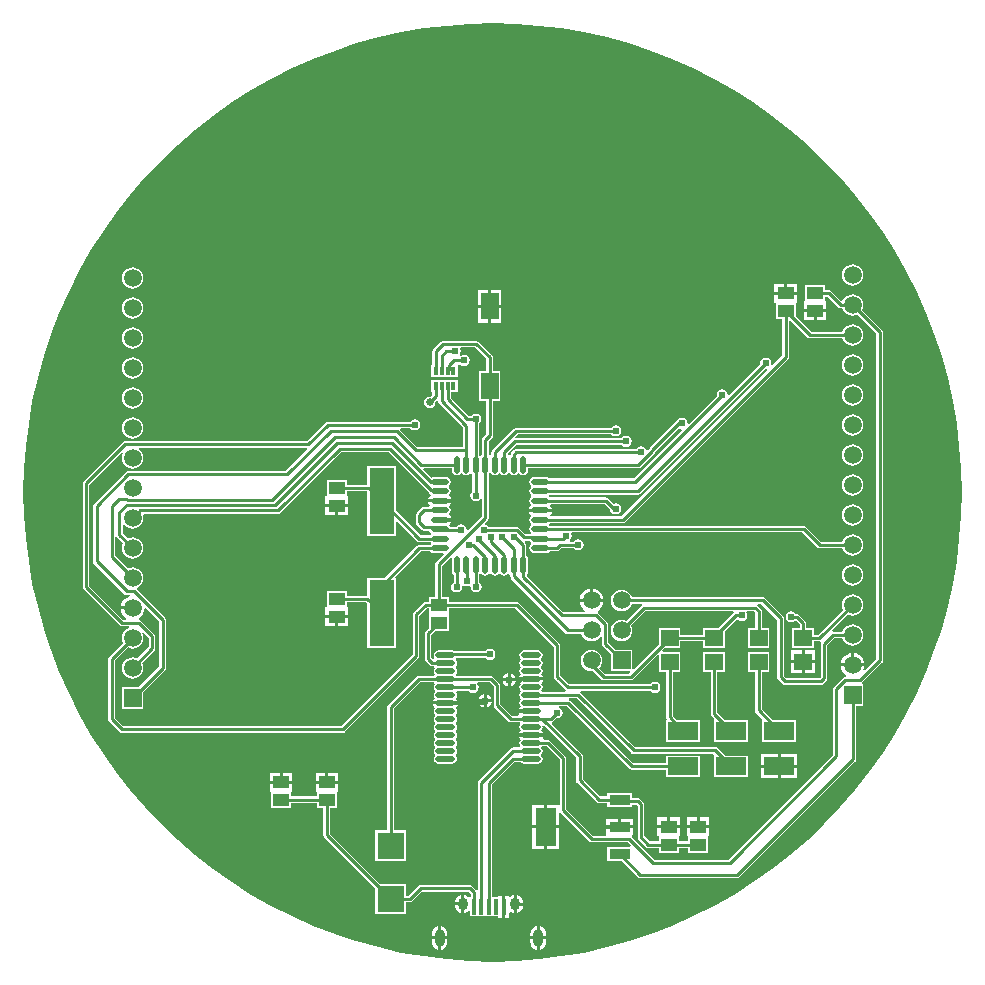
<source format=gtl>
G04 Layer_Physical_Order=1*
G04 Layer_Color=255*
%FSLAX25Y25*%
%MOIN*%
G70*
G01*
G75*
%ADD10R,0.05512X0.04331*%
%ADD11R,0.01772X0.02953*%
%ADD12O,0.06496X0.01969*%
%ADD13O,0.05906X0.02165*%
%ADD14O,0.02165X0.05906*%
%ADD15R,0.09055X0.09055*%
%ADD16R,0.08268X0.22047*%
%ADD17R,0.05906X0.05512*%
%ADD18R,0.10236X0.05906*%
%ADD19R,0.01575X0.05315*%
%ADD20R,0.06890X0.03543*%
%ADD21R,0.06890X0.12598*%
%ADD22R,0.05906X0.09055*%
%ADD23C,0.01000*%
%ADD24R,0.05906X0.05906*%
%ADD25C,0.05906*%
%ADD26O,0.03347X0.04134*%
%ADD27O,0.03150X0.05906*%
%ADD28C,0.02441*%
%ADD29C,0.02567*%
G36*
X419173Y458189D02*
X426828Y457624D01*
X434445Y456685D01*
X442008Y455373D01*
X449497Y453691D01*
X456894Y451644D01*
X464182Y449236D01*
X471343Y446474D01*
X478360Y443364D01*
X485216Y439913D01*
X491894Y436129D01*
X498379Y432023D01*
X504654Y427603D01*
X510705Y422881D01*
X516517Y417868D01*
X522076Y412575D01*
X527368Y407017D01*
X532381Y401205D01*
X537104Y395154D01*
X541523Y388879D01*
X545629Y382394D01*
X549413Y375716D01*
X552864Y368860D01*
X555974Y361843D01*
X558736Y354682D01*
X561144Y347394D01*
X563191Y339997D01*
X564873Y332508D01*
X566185Y324945D01*
X567124Y317328D01*
X567689Y309673D01*
X567877Y302000D01*
X567689Y294327D01*
X567124Y286672D01*
X566185Y279055D01*
X564873Y271492D01*
X563191Y264003D01*
X561144Y256606D01*
X558736Y249318D01*
X555974Y242157D01*
X552864Y235140D01*
X549413Y228284D01*
X545629Y221606D01*
X541523Y215121D01*
X537104Y208846D01*
X532381Y202795D01*
X527368Y196983D01*
X522076Y191425D01*
X516517Y186132D01*
X510705Y181119D01*
X504654Y176397D01*
X498379Y171977D01*
X491894Y167871D01*
X485216Y164087D01*
X478360Y160636D01*
X471343Y157526D01*
X464182Y154764D01*
X456894Y152356D01*
X449497Y150309D01*
X442008Y148627D01*
X434445Y147315D01*
X426828Y146376D01*
X419173Y145811D01*
X411500Y145623D01*
X403827Y145811D01*
X396172Y146376D01*
X388555Y147315D01*
X380992Y148627D01*
X373503Y150309D01*
X366106Y152356D01*
X358818Y154764D01*
X351657Y157526D01*
X344640Y160636D01*
X337784Y164087D01*
X331106Y167871D01*
X324621Y171977D01*
X318346Y176397D01*
X312295Y181119D01*
X306483Y186132D01*
X300924Y191425D01*
X295632Y196983D01*
X290619Y202795D01*
X285896Y208846D01*
X281477Y215121D01*
X277371Y221606D01*
X273587Y228284D01*
X270136Y235140D01*
X267026Y242157D01*
X264264Y249318D01*
X261856Y256606D01*
X259809Y264003D01*
X258127Y271492D01*
X256815Y279055D01*
X255876Y286672D01*
X255311Y294327D01*
X255123Y302000D01*
X255311Y309673D01*
X255876Y317328D01*
X256815Y324945D01*
X258127Y332508D01*
X259809Y339997D01*
X261856Y347394D01*
X264264Y354682D01*
X267026Y361843D01*
X270136Y368860D01*
X273587Y375716D01*
X277371Y382394D01*
X281477Y388879D01*
X285896Y395154D01*
X290619Y401205D01*
X295632Y407017D01*
X300924Y412575D01*
X306483Y417868D01*
X312295Y422881D01*
X318346Y427603D01*
X324621Y432023D01*
X331106Y436129D01*
X337784Y439913D01*
X344640Y443364D01*
X351657Y446474D01*
X358818Y449236D01*
X366106Y451644D01*
X373503Y453691D01*
X380992Y455373D01*
X388555Y456685D01*
X396172Y457624D01*
X403827Y458189D01*
X411500Y458377D01*
X419173Y458189D01*
D02*
G37*
%LPC*%
G36*
X531500Y378083D02*
X530573Y377961D01*
X529708Y377603D01*
X528966Y377034D01*
X528397Y376292D01*
X528039Y375427D01*
X527917Y374500D01*
X528039Y373573D01*
X528397Y372708D01*
X528966Y371966D01*
X529708Y371397D01*
X530573Y371039D01*
X531500Y370917D01*
X532428Y371039D01*
X533292Y371397D01*
X534034Y371966D01*
X534603Y372708D01*
X534961Y373573D01*
X535083Y374500D01*
X534961Y375427D01*
X534603Y376292D01*
X534034Y377034D01*
X533292Y377603D01*
X532428Y377961D01*
X531500Y378083D01*
D02*
G37*
G36*
X291500Y377083D02*
X290573Y376961D01*
X289708Y376603D01*
X288966Y376034D01*
X288397Y375292D01*
X288039Y374427D01*
X287917Y373500D01*
X288039Y372573D01*
X288397Y371708D01*
X288966Y370966D01*
X289708Y370397D01*
X290573Y370039D01*
X291500Y369917D01*
X292427Y370039D01*
X293292Y370397D01*
X294034Y370966D01*
X294603Y371708D01*
X294961Y372573D01*
X295083Y373500D01*
X294961Y374427D01*
X294603Y375292D01*
X294034Y376034D01*
X293292Y376603D01*
X292427Y376961D01*
X291500Y377083D01*
D02*
G37*
G36*
X512923Y371571D02*
X509667D01*
Y368905D01*
X512923D01*
Y371571D01*
D02*
G37*
G36*
X508667D02*
X505411D01*
Y368905D01*
X508667D01*
Y371571D01*
D02*
G37*
G36*
X414453Y369520D02*
X411000D01*
Y364492D01*
X414453D01*
Y369520D01*
D02*
G37*
G36*
X410000D02*
X406547D01*
Y364492D01*
X410000D01*
Y369520D01*
D02*
G37*
G36*
X291500Y367083D02*
X290573Y366961D01*
X289708Y366603D01*
X288966Y366034D01*
X288397Y365292D01*
X288039Y364427D01*
X287917Y363500D01*
X288039Y362573D01*
X288397Y361708D01*
X288966Y360966D01*
X289708Y360397D01*
X290573Y360039D01*
X291500Y359917D01*
X292427Y360039D01*
X293292Y360397D01*
X294034Y360966D01*
X294603Y361708D01*
X294961Y362573D01*
X295083Y363500D01*
X294961Y364427D01*
X294603Y365292D01*
X294034Y366034D01*
X293292Y366603D01*
X292427Y366961D01*
X291500Y367083D01*
D02*
G37*
G36*
X522756Y362000D02*
X519500D01*
Y359335D01*
X522756D01*
Y362000D01*
D02*
G37*
G36*
X518500D02*
X515244D01*
Y359335D01*
X518500D01*
Y362000D01*
D02*
G37*
G36*
X414453Y363492D02*
X411000D01*
Y358465D01*
X414453D01*
Y363492D01*
D02*
G37*
G36*
X410000D02*
X406547D01*
Y358465D01*
X410000D01*
Y363492D01*
D02*
G37*
G36*
X512923Y367905D02*
X509167D01*
X505411D01*
Y365240D01*
X505811D01*
Y359735D01*
X508045D01*
Y347631D01*
X504730Y344316D01*
X504269Y344562D01*
X504356Y345000D01*
X504215Y345710D01*
X503813Y346312D01*
X503210Y346715D01*
X502500Y346856D01*
X501790Y346715D01*
X501188Y346312D01*
X500785Y345710D01*
X500644Y345000D01*
X500689Y344775D01*
X490306Y334392D01*
X489831Y334625D01*
X489715Y335210D01*
X489313Y335812D01*
X488710Y336215D01*
X488000Y336356D01*
X487290Y336215D01*
X486688Y335812D01*
X486285Y335210D01*
X486144Y334500D01*
X486189Y334275D01*
X476806Y324892D01*
X476331Y325125D01*
X476215Y325710D01*
X475812Y326312D01*
X475210Y326715D01*
X474500Y326856D01*
X473790Y326715D01*
X473187Y326312D01*
X472948Y325954D01*
X472707Y325793D01*
X463807Y316893D01*
X463564Y316529D01*
X463514Y316281D01*
X463214Y316068D01*
X462799Y316186D01*
X462697Y316237D01*
X462313Y316812D01*
X461710Y317215D01*
X461000Y317356D01*
X460290Y317215D01*
X459688Y316812D01*
X459493Y316522D01*
X419400D01*
X418971Y316436D01*
X418607Y316193D01*
X418607Y316193D01*
X417723Y315309D01*
X417480Y314945D01*
X417394Y314516D01*
X417292Y314395D01*
X416672Y314376D01*
X416488Y314564D01*
Y314902D01*
X419465Y317879D01*
X454560D01*
X454688Y317688D01*
X455290Y317285D01*
X456000Y317144D01*
X456710Y317285D01*
X457312Y317688D01*
X457715Y318290D01*
X457856Y319000D01*
X457715Y319710D01*
X457312Y320312D01*
X456710Y320715D01*
X456000Y320856D01*
X455290Y320715D01*
X454688Y320312D01*
X454560Y320122D01*
X419291D01*
X419084Y320621D01*
X419840Y321378D01*
X451060D01*
X451188Y321187D01*
X451790Y320785D01*
X452500Y320644D01*
X453210Y320785D01*
X453813Y321187D01*
X454215Y321790D01*
X454356Y322500D01*
X454215Y323210D01*
X453813Y323813D01*
X453210Y324215D01*
X452500Y324356D01*
X451790Y324215D01*
X451188Y323813D01*
X451060Y323622D01*
X419376D01*
X418947Y323536D01*
X418583Y323293D01*
X418583Y323293D01*
X411423Y316134D01*
X411180Y315770D01*
X411095Y315341D01*
X411095Y315340D01*
Y314377D01*
X411003Y314316D01*
X410450Y314296D01*
X410188Y314564D01*
Y319102D01*
X411293Y320207D01*
X411293Y320207D01*
X411536Y320571D01*
X411622Y321000D01*
X411622Y321000D01*
Y332372D01*
X414053D01*
Y342628D01*
X411622D01*
Y347000D01*
X411622Y347000D01*
X411536Y347429D01*
X411293Y347793D01*
X411293Y347793D01*
X406793Y352293D01*
X406429Y352536D01*
X406000Y352622D01*
X406000Y352622D01*
X395000D01*
X394571Y352536D01*
X394207Y352293D01*
X394207Y352293D01*
X391770Y349856D01*
X391527Y349492D01*
X391441Y349063D01*
X391441Y349063D01*
Y344576D01*
X391077D01*
Y340424D01*
X399954D01*
Y344280D01*
X400403Y344700D01*
X400688Y344688D01*
X401290Y344285D01*
X402000Y344144D01*
X402710Y344285D01*
X403312Y344688D01*
X403715Y345290D01*
X403856Y346000D01*
X403715Y346710D01*
X403312Y347312D01*
X402710Y347715D01*
X402000Y347856D01*
X401290Y347715D01*
X400806Y347392D01*
X400724Y347407D01*
X400496Y347951D01*
X400500Y347968D01*
X400715Y348290D01*
X400856Y349000D01*
X400715Y349710D01*
X400602Y349879D01*
X400870Y350378D01*
X405535D01*
X409378Y346535D01*
Y342628D01*
X406947D01*
Y332372D01*
X409378D01*
Y321465D01*
X408274Y320360D01*
X408031Y319996D01*
X407945Y319567D01*
X407945Y319567D01*
Y314377D01*
X407854Y314316D01*
X407301Y314296D01*
X407039Y314564D01*
Y324977D01*
X407230Y325105D01*
X407632Y325707D01*
X407773Y326417D01*
X407632Y327128D01*
X407230Y327730D01*
X406628Y328132D01*
X405917Y328274D01*
X405207Y328132D01*
X404605Y327730D01*
X404477Y327539D01*
X403547D01*
X397621Y333465D01*
Y335306D01*
X399954D01*
Y339458D01*
X391077D01*
Y335306D01*
X391441D01*
Y334528D01*
X390779Y333865D01*
X390500Y333920D01*
X389765Y333774D01*
X389142Y333358D01*
X388726Y332735D01*
X388580Y332000D01*
X388726Y331265D01*
X389142Y330642D01*
X389765Y330226D01*
X390500Y330080D01*
X391235Y330226D01*
X391858Y330642D01*
X392274Y331265D01*
X392420Y332000D01*
X392365Y332279D01*
X392863Y332777D01*
X393346Y332670D01*
X393400Y332606D01*
X393378Y332500D01*
X393464Y332071D01*
X393707Y331707D01*
X401646Y323768D01*
Y317122D01*
X386465D01*
X380708Y322879D01*
X380915Y323378D01*
X384060D01*
X384188Y323187D01*
X384790Y322785D01*
X385500Y322644D01*
X386210Y322785D01*
X386812Y323187D01*
X387215Y323790D01*
X387356Y324500D01*
X387215Y325210D01*
X386812Y325813D01*
X386210Y326215D01*
X385500Y326356D01*
X384790Y326215D01*
X384188Y325813D01*
X384060Y325622D01*
X356500D01*
X356500Y325622D01*
X356071Y325536D01*
X355707Y325293D01*
X355707Y325293D01*
X349535Y319122D01*
X289000D01*
X289000Y319122D01*
X288571Y319036D01*
X288207Y318793D01*
X288207Y318793D01*
X275207Y305793D01*
X274964Y305429D01*
X274878Y305000D01*
X274879Y305000D01*
Y270500D01*
X274878Y270500D01*
X274964Y270071D01*
X275207Y269707D01*
X287207Y257707D01*
X287207Y257707D01*
X287571Y257464D01*
X288000Y257379D01*
X290273D01*
X290372Y256878D01*
X289708Y256603D01*
X288966Y256034D01*
X288397Y255292D01*
X288039Y254427D01*
X287917Y253500D01*
X288039Y252573D01*
X288316Y251902D01*
X283707Y247293D01*
X283464Y246929D01*
X283378Y246500D01*
X283379Y246500D01*
Y226500D01*
X283378Y226500D01*
X283464Y226071D01*
X283707Y225707D01*
X287207Y222207D01*
X287207Y222207D01*
X287571Y221964D01*
X288000Y221878D01*
X288000Y221879D01*
X361500D01*
X361500Y221878D01*
X361929Y221964D01*
X362293Y222207D01*
X386793Y246707D01*
X386793Y246707D01*
X387036Y247071D01*
X387122Y247500D01*
Y260895D01*
X389605Y263379D01*
X390144D01*
Y261860D01*
X390144Y261735D01*
Y261360D01*
X390144Y261235D01*
Y256825D01*
X389207Y255888D01*
X388964Y255524D01*
X388878Y255095D01*
X388878Y255094D01*
Y246500D01*
X388878Y246500D01*
X388964Y246071D01*
X389207Y245707D01*
X390569Y244345D01*
X390569Y244345D01*
X390933Y244102D01*
X391362Y244016D01*
X391362Y244016D01*
X392033D01*
X392132Y243880D01*
X392238Y243563D01*
X392219Y243463D01*
X391972Y243094D01*
X391849Y242476D01*
X391972Y241858D01*
X392219Y241489D01*
X392238Y241389D01*
X392132Y241073D01*
X392033Y240936D01*
X386815D01*
X386386Y240851D01*
X386022Y240608D01*
X386022Y240608D01*
X376707Y231293D01*
X376464Y230929D01*
X376378Y230500D01*
X376378Y230500D01*
Y189344D01*
X372372D01*
Y179089D01*
X382628D01*
Y189344D01*
X378622D01*
Y230035D01*
X387280Y238693D01*
X392033D01*
X392132Y238557D01*
X392238Y238241D01*
X392219Y238141D01*
X391972Y237772D01*
X391849Y237154D01*
X391972Y236535D01*
X392219Y236166D01*
X392286Y235823D01*
X392219Y235479D01*
X391972Y235110D01*
X391849Y234492D01*
X391972Y233874D01*
X392274Y233422D01*
X392034Y233261D01*
X391595Y232605D01*
X391541Y232331D01*
X395728D01*
X399916D01*
X399861Y232605D01*
X399423Y233261D01*
X399182Y233422D01*
X399484Y233874D01*
X399607Y234492D01*
X399484Y235110D01*
X399305Y235379D01*
X399572Y235878D01*
X403560D01*
X403687Y235687D01*
X404290Y235285D01*
X405000Y235144D01*
X405710Y235285D01*
X406313Y235687D01*
X406715Y236290D01*
X406856Y237000D01*
X406715Y237710D01*
X406392Y238193D01*
X406574Y238693D01*
X410502D01*
X411878Y237317D01*
Y231000D01*
X411878Y231000D01*
X411964Y230571D01*
X412207Y230207D01*
X416699Y225715D01*
X416699Y225715D01*
X417063Y225472D01*
X417492Y225386D01*
X417492Y225386D01*
X420576D01*
X420675Y225250D01*
X420782Y224933D01*
X420762Y224834D01*
X420515Y224465D01*
X420393Y223847D01*
X420515Y223228D01*
X420818Y222776D01*
X420577Y222616D01*
X420139Y221959D01*
X420084Y221685D01*
X424272D01*
X428459D01*
X428405Y221959D01*
X427966Y222616D01*
X427726Y222776D01*
X428028Y223228D01*
X428151Y223847D01*
X428099Y224108D01*
X428559Y224354D01*
X439378Y213535D01*
Y206000D01*
X439378Y206000D01*
X439464Y205571D01*
X439707Y205207D01*
X446152Y198762D01*
X446152Y198762D01*
X446516Y198519D01*
X446945Y198434D01*
X446945Y198434D01*
X449758D01*
Y197184D01*
X457848D01*
Y197878D01*
X459535D01*
X459878Y197535D01*
Y187000D01*
X459878Y187000D01*
X459964Y186571D01*
X460207Y186207D01*
X462612Y183801D01*
X462612Y183801D01*
X462976Y183558D01*
X463406Y183473D01*
X466811D01*
Y181829D01*
X473523D01*
Y183473D01*
X476644D01*
Y181829D01*
X483356D01*
Y187335D01*
X483756D01*
Y190000D01*
X476244D01*
Y187335D01*
X476644D01*
Y185716D01*
X473523D01*
Y187335D01*
X473923D01*
Y190000D01*
X466411D01*
Y187335D01*
X466811D01*
Y185716D01*
X463870D01*
X462122Y187465D01*
Y198000D01*
X462036Y198429D01*
X461793Y198793D01*
X461793Y198793D01*
X460793Y199793D01*
X460429Y200036D01*
X460000Y200122D01*
X460000Y200122D01*
X457848D01*
Y201927D01*
X449758D01*
Y200677D01*
X447409D01*
X441622Y206465D01*
Y214000D01*
X441622Y214000D01*
X441536Y214429D01*
X441293Y214793D01*
X431176Y224910D01*
X431341Y225452D01*
X431437Y225472D01*
X431801Y225715D01*
X432775Y226689D01*
X433000Y226644D01*
X433710Y226785D01*
X434312Y227187D01*
X434715Y227790D01*
X434856Y228500D01*
X434715Y229210D01*
X434312Y229813D01*
X433710Y230215D01*
X433788Y230709D01*
X436205D01*
X457018Y209896D01*
X457018Y209896D01*
X457382Y209653D01*
X457811Y209567D01*
X457811Y209567D01*
X469282D01*
Y207136D01*
X480718D01*
Y214242D01*
X469282D01*
Y211810D01*
X458276D01*
X437462Y232624D01*
X437099Y232867D01*
X437080Y232871D01*
X437129Y233371D01*
X439543D01*
X457707Y215207D01*
X457707Y215207D01*
X458071Y214964D01*
X458500Y214878D01*
X458500Y214879D01*
X485025D01*
X485362Y214436D01*
X485282Y214242D01*
X485282D01*
Y207136D01*
X496718D01*
Y214242D01*
X489033D01*
X486482Y216793D01*
X486118Y217036D01*
X485689Y217122D01*
X485689Y217122D01*
X458965D01*
X440801Y235285D01*
X440661Y235379D01*
X440813Y235878D01*
X464060D01*
X464187Y235687D01*
X464790Y235285D01*
X465500Y235144D01*
X466210Y235285D01*
X466813Y235687D01*
X467215Y236290D01*
X467356Y237000D01*
X467215Y237710D01*
X466813Y238313D01*
X466210Y238715D01*
X465500Y238856D01*
X464790Y238715D01*
X464187Y238313D01*
X464060Y238122D01*
X436965D01*
X434122Y240965D01*
Y251000D01*
X434036Y251429D01*
X433793Y251793D01*
X433793Y251793D01*
X420293Y265293D01*
X419929Y265536D01*
X419500Y265622D01*
X419500Y265621D01*
X396856D01*
Y267265D01*
X394621D01*
Y277591D01*
X397647Y280616D01*
X398035Y280298D01*
X398033Y280294D01*
X397902Y279638D01*
Y275898D01*
X398033Y275241D01*
X398405Y274685D01*
X398497Y274623D01*
Y272019D01*
X398187Y271813D01*
X397785Y271210D01*
X397644Y270500D01*
X397785Y269790D01*
X398187Y269187D01*
X398790Y268785D01*
X399500Y268644D01*
X400210Y268785D01*
X400812Y269187D01*
X401215Y269790D01*
X401356Y270500D01*
X401275Y270907D01*
X401554Y271097D01*
X401736Y271155D01*
X402290Y270785D01*
X403000Y270644D01*
X403710Y270785D01*
X403732Y270800D01*
X404148Y270522D01*
X404144Y270500D01*
X404285Y269790D01*
X404688Y269187D01*
X405290Y268785D01*
X406000Y268644D01*
X406710Y268785D01*
X407312Y269187D01*
X407715Y269790D01*
X407856Y270500D01*
X407715Y271210D01*
X407312Y271813D01*
X407039Y271995D01*
Y274623D01*
X407130Y274685D01*
X407242Y274852D01*
X407742D01*
X407854Y274685D01*
X408410Y274313D01*
X409067Y274182D01*
X409724Y274313D01*
X410280Y274685D01*
X410392Y274852D01*
X410892D01*
X411003Y274685D01*
X411560Y274313D01*
X412217Y274182D01*
X412873Y274313D01*
X413430Y274685D01*
X413541Y274852D01*
X414041D01*
X414153Y274685D01*
X414710Y274313D01*
X415366Y274182D01*
X416023Y274313D01*
X416579Y274685D01*
X417133Y274704D01*
X417394Y274436D01*
Y273984D01*
X417394Y273984D01*
X417480Y273555D01*
X417723Y273191D01*
X435707Y255207D01*
X435707Y255207D01*
X436071Y254964D01*
X436500Y254878D01*
X441119D01*
X441397Y254208D01*
X441966Y253466D01*
X442708Y252897D01*
X443573Y252539D01*
X444500Y252417D01*
X445428Y252539D01*
X446292Y252897D01*
X447034Y253466D01*
X447378Y253915D01*
X447878Y253746D01*
Y251500D01*
X447878Y251500D01*
X447964Y251071D01*
X448207Y250707D01*
X450947Y247967D01*
Y242447D01*
X457271D01*
X457462Y241985D01*
X457098Y241621D01*
X448965D01*
X447071Y243515D01*
X447603Y244208D01*
X447961Y245073D01*
X448083Y246000D01*
X447961Y246927D01*
X447603Y247792D01*
X447034Y248534D01*
X446292Y249103D01*
X445428Y249461D01*
X444500Y249583D01*
X443573Y249461D01*
X442708Y249103D01*
X441966Y248534D01*
X441397Y247792D01*
X441039Y246927D01*
X440917Y246000D01*
X441039Y245073D01*
X441397Y244208D01*
X441966Y243466D01*
X442708Y242897D01*
X443573Y242539D01*
X444500Y242417D01*
X444939Y242474D01*
X447707Y239707D01*
X447707Y239707D01*
X448071Y239464D01*
X448500Y239378D01*
X457563D01*
X457563Y239378D01*
X457992Y239464D01*
X458356Y239707D01*
X466485Y247836D01*
X466947Y247645D01*
Y242207D01*
X469378D01*
Y227000D01*
X469378Y227000D01*
X469464Y226571D01*
X469476Y226553D01*
X469282Y226053D01*
X469282D01*
Y218947D01*
X480718D01*
Y226053D01*
X473033D01*
X471622Y227465D01*
Y242207D01*
X474053D01*
Y248919D01*
X468221D01*
X468030Y249381D01*
X468730Y250081D01*
X474053D01*
Y252315D01*
X481781D01*
Y250081D01*
X488886D01*
Y255800D01*
X492661Y259575D01*
X493188Y259687D01*
X493790Y259285D01*
X494500Y259144D01*
X495210Y259285D01*
X495813Y259687D01*
X496215Y260290D01*
X496356Y261000D01*
X496215Y261710D01*
X496103Y261878D01*
X496370Y262379D01*
X498535D01*
X499045Y261869D01*
Y256793D01*
X496614D01*
Y250081D01*
X503719D01*
Y256793D01*
X501288D01*
Y262333D01*
X501288Y262333D01*
X501203Y262762D01*
X500960Y263126D01*
X500960Y263126D01*
X499793Y264293D01*
X499665Y264378D01*
X499817Y264879D01*
X501035D01*
X506378Y259535D01*
Y240500D01*
X506378Y240500D01*
X506464Y240071D01*
X506707Y239707D01*
X508207Y238207D01*
X508571Y237964D01*
X509000Y237878D01*
X509000Y237878D01*
X521000D01*
X521000Y237878D01*
X521429Y237964D01*
X521793Y238207D01*
X522793Y239207D01*
X522793Y239207D01*
X523036Y239571D01*
X523122Y240000D01*
Y251035D01*
X525465Y253379D01*
X528119D01*
X528397Y252708D01*
X528966Y251966D01*
X529708Y251397D01*
X530573Y251039D01*
X531500Y250917D01*
X532428Y251039D01*
X533292Y251397D01*
X534034Y251966D01*
X534603Y252708D01*
X534961Y253573D01*
X535083Y254500D01*
X534961Y255427D01*
X534603Y256292D01*
X534034Y257034D01*
X533292Y257603D01*
X532428Y257961D01*
X531500Y258083D01*
X530573Y257961D01*
X529708Y257603D01*
X528966Y257034D01*
X528397Y256292D01*
X528119Y255622D01*
X525000D01*
X525000Y255622D01*
X524894Y255600D01*
X524647Y256061D01*
X529902Y261316D01*
X530573Y261039D01*
X531500Y260917D01*
X532428Y261039D01*
X533292Y261397D01*
X534034Y261966D01*
X534603Y262708D01*
X534961Y263573D01*
X535083Y264500D01*
X534961Y265427D01*
X534603Y266292D01*
X534034Y267034D01*
X533292Y267603D01*
X532428Y267961D01*
X531500Y268083D01*
X530573Y267961D01*
X529708Y267603D01*
X528966Y267034D01*
X528397Y266292D01*
X528039Y265427D01*
X527917Y264500D01*
X528039Y263573D01*
X528316Y262902D01*
X519972Y254559D01*
X518553D01*
Y256793D01*
X516122D01*
Y258500D01*
X516122Y258500D01*
X516036Y258929D01*
X515793Y259293D01*
X515793Y259293D01*
X513793Y261293D01*
X513429Y261536D01*
X513000Y261622D01*
X513000Y261621D01*
X512440D01*
X512313Y261812D01*
X511710Y262215D01*
X511000Y262356D01*
X510290Y262215D01*
X509688Y261812D01*
X509285Y261210D01*
X509144Y260500D01*
X509285Y259790D01*
X509688Y259188D01*
X510290Y258785D01*
X511000Y258644D01*
X511710Y258785D01*
X512313Y259188D01*
X512839Y259075D01*
X513878Y258035D01*
Y256793D01*
X511447D01*
Y250081D01*
X518553D01*
Y252315D01*
X520437D01*
X520437Y252315D01*
X520649Y252358D01*
X520964Y251929D01*
X520878Y251500D01*
X520878Y251500D01*
Y240465D01*
X520535Y240122D01*
X509465D01*
X508622Y240965D01*
Y260000D01*
X508622Y260000D01*
X508536Y260429D01*
X508293Y260793D01*
X508293Y260793D01*
X502293Y266793D01*
X501929Y267036D01*
X501500Y267122D01*
X501500Y267122D01*
X457881D01*
X457603Y267792D01*
X457034Y268534D01*
X456292Y269103D01*
X455428Y269461D01*
X454500Y269583D01*
X453573Y269461D01*
X452708Y269103D01*
X451966Y268534D01*
X451397Y267792D01*
X451039Y266927D01*
X450917Y266000D01*
X451039Y265073D01*
X451397Y264208D01*
X451966Y263466D01*
X452708Y262897D01*
X453573Y262539D01*
X454500Y262417D01*
X455428Y262539D01*
X456292Y262897D01*
X457034Y263466D01*
X457603Y264208D01*
X457881Y264879D01*
X461183D01*
X461335Y264378D01*
X461207Y264293D01*
X461207Y264293D01*
X456098Y259184D01*
X455428Y259461D01*
X454500Y259583D01*
X453573Y259461D01*
X452708Y259103D01*
X451966Y258534D01*
X451397Y257792D01*
X451039Y256927D01*
X450917Y256000D01*
X451039Y255073D01*
X451397Y254208D01*
X451966Y253466D01*
X452708Y252897D01*
X453573Y252539D01*
X454500Y252417D01*
X455428Y252539D01*
X456292Y252897D01*
X457034Y253466D01*
X457603Y254208D01*
X457961Y255073D01*
X458083Y256000D01*
X457961Y256927D01*
X457684Y257598D01*
X462465Y262379D01*
X491683D01*
X491835Y261878D01*
X491707Y261793D01*
X491707Y261793D01*
X486707Y256793D01*
X481781D01*
Y254559D01*
X474053D01*
Y256793D01*
X466947D01*
Y251470D01*
X458515Y243038D01*
X458053Y243229D01*
Y249553D01*
X452533D01*
X450122Y251965D01*
Y258000D01*
X450122Y258000D01*
X450036Y258429D01*
X449793Y258793D01*
X446793Y261793D01*
X446482Y262001D01*
X446446Y262244D01*
X446470Y262538D01*
X446493Y262547D01*
X447319Y263181D01*
X447953Y264007D01*
X448351Y264968D01*
X448421Y265500D01*
X444500D01*
X440579D01*
X440649Y264968D01*
X441047Y264007D01*
X441681Y263181D01*
X442410Y262621D01*
X442329Y262215D01*
X442279Y262122D01*
X434965D01*
X422909Y274177D01*
X422879Y274685D01*
X423250Y275241D01*
X423381Y275898D01*
Y279638D01*
X423250Y280294D01*
X422879Y280851D01*
X422787Y280912D01*
Y284335D01*
X422702Y284764D01*
X422458Y285128D01*
X422458Y285128D01*
X422208Y285379D01*
X422415Y285878D01*
X423980D01*
X424291Y285413D01*
X424458Y285301D01*
Y284801D01*
X424291Y284689D01*
X423919Y284133D01*
X423788Y283476D01*
X423919Y282820D01*
X424291Y282263D01*
X424847Y281891D01*
X425504Y281761D01*
X429244D01*
X429901Y281891D01*
X430457Y282263D01*
X430518Y282355D01*
X432976D01*
X432976Y282355D01*
X433406Y282440D01*
X433769Y282683D01*
X434465Y283379D01*
X438560D01*
X438688Y283188D01*
X439290Y282785D01*
X440000Y282644D01*
X440710Y282785D01*
X441313Y283188D01*
X441715Y283790D01*
X441856Y284500D01*
X441715Y285210D01*
X441313Y285812D01*
X440710Y286215D01*
X440000Y286356D01*
X439290Y286215D01*
X438688Y285812D01*
X438560Y285622D01*
X437365D01*
X437214Y286122D01*
X437313Y286188D01*
X437715Y286790D01*
X437856Y287500D01*
X437717Y288199D01*
X437701Y288289D01*
X437987Y288699D01*
X514715D01*
X519707Y283707D01*
X520071Y283464D01*
X520500Y283378D01*
X520500Y283379D01*
X528119D01*
X528397Y282708D01*
X528966Y281966D01*
X529708Y281397D01*
X530573Y281039D01*
X531500Y280917D01*
X532428Y281039D01*
X533292Y281397D01*
X534034Y281966D01*
X534603Y282708D01*
X534961Y283573D01*
X535083Y284500D01*
X534961Y285427D01*
X534603Y286292D01*
X534034Y287034D01*
X533292Y287603D01*
X532428Y287961D01*
X531500Y288083D01*
X530573Y287961D01*
X529708Y287603D01*
X528966Y287034D01*
X528397Y286292D01*
X528119Y285622D01*
X520965D01*
X515973Y290614D01*
X515609Y290857D01*
X515179Y290942D01*
X515179Y290942D01*
X430488D01*
X430457Y290989D01*
X430438Y291542D01*
X430706Y291804D01*
X454925D01*
X454925Y291804D01*
X455354Y291889D01*
X455718Y292132D01*
X509960Y346374D01*
X509960Y346374D01*
X510203Y346738D01*
X510288Y347167D01*
Y359085D01*
X510788Y359292D01*
X516374Y353707D01*
X516374Y353707D01*
X516738Y353464D01*
X517167Y353378D01*
X517167Y353379D01*
X528119D01*
X528397Y352708D01*
X528966Y351966D01*
X529708Y351397D01*
X530573Y351039D01*
X531500Y350917D01*
X532428Y351039D01*
X533292Y351397D01*
X534034Y351966D01*
X534603Y352708D01*
X534961Y353573D01*
X535083Y354500D01*
X534961Y355427D01*
X534603Y356292D01*
X534034Y357034D01*
X533292Y357603D01*
X532428Y357961D01*
X531500Y358083D01*
X530573Y357961D01*
X529708Y357603D01*
X528966Y357034D01*
X528397Y356292D01*
X528119Y355622D01*
X517631D01*
X512523Y360730D01*
Y365240D01*
X512923D01*
Y367905D01*
D02*
G37*
G36*
X291500Y357083D02*
X290573Y356961D01*
X289708Y356603D01*
X288966Y356034D01*
X288397Y355292D01*
X288039Y354427D01*
X287917Y353500D01*
X288039Y352573D01*
X288397Y351708D01*
X288966Y350966D01*
X289708Y350397D01*
X290573Y350039D01*
X291500Y349917D01*
X292427Y350039D01*
X293292Y350397D01*
X294034Y350966D01*
X294603Y351708D01*
X294961Y352573D01*
X295083Y353500D01*
X294961Y354427D01*
X294603Y355292D01*
X294034Y356034D01*
X293292Y356603D01*
X292427Y356961D01*
X291500Y357083D01*
D02*
G37*
G36*
X531500Y348083D02*
X530573Y347961D01*
X529708Y347603D01*
X528966Y347034D01*
X528397Y346292D01*
X528039Y345427D01*
X527917Y344500D01*
X528039Y343573D01*
X528397Y342708D01*
X528966Y341966D01*
X529708Y341397D01*
X530573Y341039D01*
X531500Y340917D01*
X532428Y341039D01*
X533292Y341397D01*
X534034Y341966D01*
X534603Y342708D01*
X534961Y343573D01*
X535083Y344500D01*
X534961Y345427D01*
X534603Y346292D01*
X534034Y347034D01*
X533292Y347603D01*
X532428Y347961D01*
X531500Y348083D01*
D02*
G37*
G36*
X291500Y347083D02*
X290573Y346961D01*
X289708Y346603D01*
X288966Y346034D01*
X288397Y345292D01*
X288039Y344427D01*
X287917Y343500D01*
X288039Y342573D01*
X288397Y341708D01*
X288966Y340966D01*
X289708Y340397D01*
X290573Y340039D01*
X291500Y339917D01*
X292427Y340039D01*
X293292Y340397D01*
X294034Y340966D01*
X294603Y341708D01*
X294961Y342573D01*
X295083Y343500D01*
X294961Y344427D01*
X294603Y345292D01*
X294034Y346034D01*
X293292Y346603D01*
X292427Y346961D01*
X291500Y347083D01*
D02*
G37*
G36*
X531500Y338083D02*
X530573Y337961D01*
X529708Y337603D01*
X528966Y337034D01*
X528397Y336292D01*
X528039Y335427D01*
X527917Y334500D01*
X528039Y333573D01*
X528397Y332708D01*
X528966Y331966D01*
X529708Y331397D01*
X530573Y331039D01*
X531500Y330917D01*
X532428Y331039D01*
X533292Y331397D01*
X534034Y331966D01*
X534603Y332708D01*
X534961Y333573D01*
X535083Y334500D01*
X534961Y335427D01*
X534603Y336292D01*
X534034Y337034D01*
X533292Y337603D01*
X532428Y337961D01*
X531500Y338083D01*
D02*
G37*
G36*
X291500Y337083D02*
X290573Y336961D01*
X289708Y336603D01*
X288966Y336034D01*
X288397Y335292D01*
X288039Y334427D01*
X287917Y333500D01*
X288039Y332573D01*
X288397Y331708D01*
X288966Y330966D01*
X289708Y330397D01*
X290573Y330039D01*
X291500Y329917D01*
X292427Y330039D01*
X293292Y330397D01*
X294034Y330966D01*
X294603Y331708D01*
X294961Y332573D01*
X295083Y333500D01*
X294961Y334427D01*
X294603Y335292D01*
X294034Y336034D01*
X293292Y336603D01*
X292427Y336961D01*
X291500Y337083D01*
D02*
G37*
G36*
X531500Y328083D02*
X530573Y327961D01*
X529708Y327603D01*
X528966Y327034D01*
X528397Y326292D01*
X528039Y325427D01*
X527917Y324500D01*
X528039Y323573D01*
X528397Y322708D01*
X528966Y321966D01*
X529708Y321397D01*
X530573Y321039D01*
X531500Y320917D01*
X532428Y321039D01*
X533292Y321397D01*
X534034Y321966D01*
X534603Y322708D01*
X534961Y323573D01*
X535083Y324500D01*
X534961Y325427D01*
X534603Y326292D01*
X534034Y327034D01*
X533292Y327603D01*
X532428Y327961D01*
X531500Y328083D01*
D02*
G37*
G36*
X291500Y327083D02*
X290573Y326961D01*
X289708Y326603D01*
X288966Y326034D01*
X288397Y325292D01*
X288039Y324427D01*
X287917Y323500D01*
X288039Y322573D01*
X288397Y321708D01*
X288966Y320966D01*
X289708Y320397D01*
X290573Y320039D01*
X291500Y319917D01*
X292427Y320039D01*
X293292Y320397D01*
X294034Y320966D01*
X294603Y321708D01*
X294961Y322573D01*
X295083Y323500D01*
X294961Y324427D01*
X294603Y325292D01*
X294034Y326034D01*
X293292Y326603D01*
X292427Y326961D01*
X291500Y327083D01*
D02*
G37*
G36*
X531500Y318083D02*
X530573Y317961D01*
X529708Y317603D01*
X528966Y317034D01*
X528397Y316292D01*
X528039Y315427D01*
X527917Y314500D01*
X528039Y313573D01*
X528397Y312708D01*
X528966Y311966D01*
X529708Y311397D01*
X530573Y311039D01*
X531500Y310917D01*
X532428Y311039D01*
X533292Y311397D01*
X534034Y311966D01*
X534603Y312708D01*
X534961Y313573D01*
X535083Y314500D01*
X534961Y315427D01*
X534603Y316292D01*
X534034Y317034D01*
X533292Y317603D01*
X532428Y317961D01*
X531500Y318083D01*
D02*
G37*
G36*
Y308083D02*
X530573Y307961D01*
X529708Y307603D01*
X528966Y307034D01*
X528397Y306292D01*
X528039Y305427D01*
X527917Y304500D01*
X528039Y303573D01*
X528397Y302708D01*
X528966Y301966D01*
X529708Y301397D01*
X530573Y301039D01*
X531500Y300917D01*
X532428Y301039D01*
X533292Y301397D01*
X534034Y301966D01*
X534603Y302708D01*
X534961Y303573D01*
X535083Y304500D01*
X534961Y305427D01*
X534603Y306292D01*
X534034Y307034D01*
X533292Y307603D01*
X532428Y307961D01*
X531500Y308083D01*
D02*
G37*
G36*
Y298083D02*
X530573Y297961D01*
X529708Y297603D01*
X528966Y297034D01*
X528397Y296292D01*
X528039Y295427D01*
X527917Y294500D01*
X528039Y293573D01*
X528397Y292708D01*
X528966Y291966D01*
X529708Y291397D01*
X530573Y291039D01*
X531500Y290917D01*
X532428Y291039D01*
X533292Y291397D01*
X534034Y291966D01*
X534603Y292708D01*
X534961Y293573D01*
X535083Y294500D01*
X534961Y295427D01*
X534603Y296292D01*
X534034Y297034D01*
X533292Y297603D01*
X532428Y297961D01*
X531500Y298083D01*
D02*
G37*
G36*
Y278083D02*
X530573Y277961D01*
X529708Y277603D01*
X528966Y277034D01*
X528397Y276292D01*
X528039Y275427D01*
X527917Y274500D01*
X528039Y273573D01*
X528397Y272708D01*
X528966Y271966D01*
X529708Y271397D01*
X530573Y271039D01*
X531500Y270917D01*
X532428Y271039D01*
X533292Y271397D01*
X534034Y271966D01*
X534603Y272708D01*
X534961Y273573D01*
X535083Y274500D01*
X534961Y275427D01*
X534603Y276292D01*
X534034Y277034D01*
X533292Y277603D01*
X532428Y277961D01*
X531500Y278083D01*
D02*
G37*
G36*
X445000Y269921D02*
Y266500D01*
X448421D01*
X448351Y267032D01*
X447953Y267993D01*
X447319Y268819D01*
X446493Y269453D01*
X445532Y269851D01*
X445000Y269921D01*
D02*
G37*
G36*
X444000D02*
X443468Y269851D01*
X442507Y269453D01*
X441681Y268819D01*
X441047Y267993D01*
X440649Y267032D01*
X440579Y266500D01*
X444000D01*
Y269921D01*
D02*
G37*
G36*
X518953Y249319D02*
X515500D01*
Y246063D01*
X518953D01*
Y249319D01*
D02*
G37*
G36*
X514500D02*
X511047D01*
Y246063D01*
X514500D01*
Y249319D01*
D02*
G37*
G36*
X532000Y248421D02*
Y245000D01*
X535421D01*
X535351Y245532D01*
X534953Y246493D01*
X534319Y247319D01*
X533493Y247953D01*
X532532Y248351D01*
X532000Y248421D01*
D02*
G37*
G36*
X531000D02*
X530468Y248351D01*
X529507Y247953D01*
X528681Y247319D01*
X528047Y246493D01*
X527649Y245532D01*
X527579Y245000D01*
X531000D01*
Y248421D01*
D02*
G37*
G36*
X522356Y371171D02*
X515644D01*
Y365665D01*
X515244D01*
Y363000D01*
X519000D01*
X522756D01*
Y365665D01*
X522356D01*
Y367284D01*
X523130D01*
X526707Y363707D01*
X526707Y363707D01*
X527071Y363464D01*
X527500Y363378D01*
X527500Y363379D01*
X528119D01*
X528397Y362708D01*
X528966Y361966D01*
X529708Y361397D01*
X530573Y361039D01*
X531500Y360917D01*
X532428Y361039D01*
X533098Y361316D01*
X539378Y355035D01*
Y246465D01*
X535546Y242632D01*
X535122Y242915D01*
X535351Y243468D01*
X535421Y244000D01*
X531500D01*
X527579D01*
X527649Y243468D01*
X528047Y242507D01*
X528681Y241681D01*
X529410Y241122D01*
X529329Y240716D01*
X529279Y240621D01*
X529039D01*
X528610Y240536D01*
X528246Y240293D01*
X528246Y240293D01*
X525207Y237254D01*
X524964Y236890D01*
X524878Y236461D01*
X524878Y236461D01*
Y214465D01*
X490035Y179622D01*
X465465D01*
X457858Y187228D01*
X457906Y187490D01*
X458042Y187728D01*
X458248D01*
Y190000D01*
X453803D01*
X449358D01*
X449358Y187728D01*
X448903Y187622D01*
X444965D01*
X436122Y196465D01*
Y213500D01*
X436122Y213500D01*
X436036Y213929D01*
X435793Y214293D01*
X435793Y214293D01*
X430793Y219293D01*
X430429Y219536D01*
X430000Y219622D01*
X430000Y219621D01*
X428478D01*
X428211Y220122D01*
X428405Y220411D01*
X428459Y220685D01*
X424272D01*
X420084D01*
X420139Y220411D01*
X420577Y219755D01*
X420818Y219594D01*
X420515Y219142D01*
X420393Y218524D01*
X420515Y217905D01*
X420762Y217536D01*
X420782Y217437D01*
X420675Y217120D01*
X420576Y216984D01*
X418362D01*
X417933Y216898D01*
X417569Y216655D01*
X417569Y216655D01*
X407002Y206088D01*
X406759Y205724D01*
X406674Y205295D01*
X406674Y205295D01*
Y169541D01*
X406174Y169390D01*
X406128Y169458D01*
X406128Y169458D01*
X404793Y170793D01*
X404429Y171036D01*
X404000Y171122D01*
X404000Y171122D01*
X387500D01*
X387500Y171122D01*
X387071Y171036D01*
X386707Y170793D01*
X386707Y170793D01*
X383535Y167622D01*
X382628D01*
Y171628D01*
X373959D01*
X357371Y188215D01*
Y196782D01*
X359606D01*
Y202287D01*
X360006D01*
Y204953D01*
X356250D01*
X352494D01*
Y202287D01*
X352894D01*
Y200669D01*
X344356D01*
Y202287D01*
X344756D01*
Y204953D01*
X341000D01*
X337244D01*
Y202287D01*
X337644D01*
Y196782D01*
X344356D01*
Y198426D01*
X352894D01*
Y196782D01*
X355129D01*
Y187750D01*
X355128Y187750D01*
X355214Y187321D01*
X355457Y186957D01*
X372372Y170042D01*
Y161372D01*
X382628D01*
Y165378D01*
X384000D01*
X384000Y165378D01*
X384429Y165464D01*
X384793Y165707D01*
X387965Y168878D01*
X403535D01*
X404213Y168201D01*
Y167580D01*
X403947Y167191D01*
X403447Y167061D01*
X403403Y167119D01*
X402844Y167547D01*
X402194Y167817D01*
X401996Y167843D01*
Y164819D01*
Y161794D01*
X402194Y161820D01*
X402844Y162090D01*
X403403Y162518D01*
X403447Y162576D01*
X403947Y162407D01*
Y160676D01*
X406408D01*
Y160676D01*
X411329D01*
Y160676D01*
X413390D01*
Y160275D01*
X414677D01*
Y163933D01*
Y167590D01*
X413390D01*
Y167190D01*
X411643D01*
Y167191D01*
X411377D01*
Y204791D01*
X418665Y212079D01*
X420852D01*
X420866Y212059D01*
X421390Y211708D01*
X422008Y211585D01*
X426535D01*
X427154Y211708D01*
X427678Y212059D01*
X428028Y212583D01*
X428151Y213201D01*
X428028Y213819D01*
X427781Y214188D01*
X427714Y214531D01*
X427781Y214875D01*
X428028Y215244D01*
X428151Y215862D01*
X428028Y216480D01*
X427781Y216849D01*
X427771Y216902D01*
X427920Y217302D01*
X427983Y217378D01*
X429535D01*
X433878Y213035D01*
Y198201D01*
X433642Y197799D01*
X433378Y197799D01*
X429697D01*
Y191000D01*
X433642D01*
Y195153D01*
X434142Y195305D01*
X434207Y195207D01*
X443707Y185707D01*
X443707Y185707D01*
X444071Y185464D01*
X444500Y185378D01*
X444500Y185378D01*
X456535D01*
X457597Y184317D01*
X457390Y183817D01*
X449758D01*
Y179073D01*
X454589D01*
X459955Y173707D01*
X459955Y173707D01*
X460319Y173464D01*
X460748Y173378D01*
X493000D01*
X493000Y173378D01*
X493429Y173464D01*
X493793Y173707D01*
X532293Y212207D01*
X532293Y212207D01*
X532536Y212571D01*
X532622Y213000D01*
Y230947D01*
X535053D01*
Y238053D01*
X534714D01*
X534562Y238553D01*
X534793Y238707D01*
X541293Y245207D01*
X541293Y245207D01*
X541536Y245571D01*
X541622Y246000D01*
X541622Y246000D01*
Y355500D01*
X541536Y355929D01*
X541293Y356293D01*
X541293Y356293D01*
X534684Y362902D01*
X534961Y363573D01*
X535083Y364500D01*
X534961Y365427D01*
X534603Y366292D01*
X534034Y367034D01*
X533292Y367603D01*
X532428Y367961D01*
X531500Y368083D01*
X530573Y367961D01*
X529708Y367603D01*
X528966Y367034D01*
X528397Y366292D01*
X528281Y366012D01*
X527691Y365895D01*
X524388Y369199D01*
X524024Y369442D01*
X523595Y369527D01*
X523594Y369527D01*
X522356D01*
Y371171D01*
D02*
G37*
G36*
X518953Y245063D02*
X515500D01*
Y241807D01*
X518953D01*
Y245063D01*
D02*
G37*
G36*
X514500D02*
X511047D01*
Y241807D01*
X514500D01*
Y245063D01*
D02*
G37*
G36*
X409500Y234665D02*
Y233000D01*
X411165D01*
X411092Y233366D01*
X410601Y234101D01*
X409866Y234592D01*
X409500Y234665D01*
D02*
G37*
G36*
X408500D02*
X408134Y234592D01*
X407399Y234101D01*
X406908Y233366D01*
X406836Y233000D01*
X408500D01*
Y234665D01*
D02*
G37*
G36*
X411165Y232000D02*
X409500D01*
Y230335D01*
X409866Y230408D01*
X410601Y230899D01*
X411092Y231634D01*
X411165Y232000D01*
D02*
G37*
G36*
X408500D02*
X406836D01*
X406908Y231634D01*
X407399Y230899D01*
X408134Y230408D01*
X408500Y230335D01*
Y232000D01*
D02*
G37*
G36*
X503719Y248919D02*
X496614D01*
Y242207D01*
X499045D01*
Y229333D01*
X499045Y229333D01*
X499130Y228904D01*
X499374Y228540D01*
X501451Y226462D01*
X501282Y226053D01*
X501282D01*
Y218947D01*
X512718D01*
Y226053D01*
X505033D01*
X501288Y229798D01*
Y242207D01*
X503719D01*
Y248919D01*
D02*
G37*
G36*
X488886D02*
X481781D01*
Y242207D01*
X484212D01*
Y228167D01*
X484212Y228167D01*
X484297Y227737D01*
X484540Y227374D01*
X485452Y226462D01*
X485282Y226053D01*
X485282D01*
Y218947D01*
X496718D01*
Y226053D01*
X489033D01*
X486455Y228631D01*
Y242207D01*
X488886D01*
Y248919D01*
D02*
G37*
G36*
X399916Y231331D02*
X395728D01*
X391541D01*
X391595Y231056D01*
X392034Y230400D01*
X392274Y230240D01*
X391972Y229787D01*
X391849Y229169D01*
X391972Y228551D01*
X392219Y228182D01*
X392286Y227839D01*
X392219Y227495D01*
X391972Y227126D01*
X391849Y226508D01*
X391972Y225890D01*
X392219Y225521D01*
X392286Y225177D01*
X392219Y224834D01*
X391972Y224465D01*
X391849Y223847D01*
X391972Y223228D01*
X392219Y222859D01*
X392286Y222516D01*
X392219Y222172D01*
X391972Y221803D01*
X391849Y221185D01*
X391972Y220567D01*
X392219Y220198D01*
X392286Y219854D01*
X392219Y219511D01*
X391972Y219142D01*
X391849Y218524D01*
X391972Y217905D01*
X392219Y217536D01*
X392286Y217193D01*
X392219Y216849D01*
X391972Y216480D01*
X391849Y215862D01*
X391972Y215244D01*
X392219Y214875D01*
X392286Y214531D01*
X392219Y214188D01*
X391972Y213819D01*
X391849Y213201D01*
X391972Y212583D01*
X392322Y212059D01*
X392846Y211708D01*
X393465Y211585D01*
X397992D01*
X398610Y211708D01*
X399134Y212059D01*
X399484Y212583D01*
X399607Y213201D01*
X399484Y213819D01*
X399238Y214188D01*
X399171Y214531D01*
X399238Y214875D01*
X399484Y215244D01*
X399607Y215862D01*
X399484Y216480D01*
X399238Y216849D01*
X399171Y217193D01*
X399238Y217536D01*
X399484Y217905D01*
X399607Y218524D01*
X399484Y219142D01*
X399238Y219511D01*
X399171Y219854D01*
X399238Y220198D01*
X399484Y220567D01*
X399607Y221185D01*
X399484Y221803D01*
X399238Y222172D01*
X399171Y222516D01*
X399238Y222859D01*
X399484Y223228D01*
X399607Y223847D01*
X399484Y224465D01*
X399238Y224834D01*
X399171Y225177D01*
X399238Y225521D01*
X399484Y225890D01*
X399607Y226508D01*
X399484Y227126D01*
X399238Y227495D01*
X399171Y227839D01*
X399238Y228182D01*
X399484Y228551D01*
X399607Y229169D01*
X399484Y229787D01*
X399182Y230240D01*
X399423Y230400D01*
X399861Y231056D01*
X399916Y231331D01*
D02*
G37*
G36*
X513118Y214642D02*
X507500D01*
Y211189D01*
X513118D01*
Y214642D01*
D02*
G37*
G36*
X506500D02*
X500882D01*
Y211189D01*
X506500D01*
Y214642D01*
D02*
G37*
G36*
X513118Y210189D02*
X507500D01*
Y206736D01*
X513118D01*
Y210189D01*
D02*
G37*
G36*
X506500D02*
X500882D01*
Y206736D01*
X506500D01*
Y210189D01*
D02*
G37*
G36*
X344756Y208618D02*
X341500D01*
Y205953D01*
X344756D01*
Y208618D01*
D02*
G37*
G36*
X360006D02*
X356750D01*
Y205953D01*
X360006D01*
Y208618D01*
D02*
G37*
G36*
X355750D02*
X352494D01*
Y205953D01*
X355750D01*
Y208618D01*
D02*
G37*
G36*
X340500D02*
X337244D01*
Y205953D01*
X340500D01*
Y208618D01*
D02*
G37*
G36*
X458248Y193272D02*
X454303D01*
Y191000D01*
X458248D01*
Y193272D01*
D02*
G37*
G36*
X453303D02*
X449358D01*
Y191000D01*
X453303D01*
Y193272D01*
D02*
G37*
G36*
X483756Y193665D02*
X480500D01*
Y191000D01*
X483756D01*
Y193665D01*
D02*
G37*
G36*
X479500D02*
X476244D01*
Y191000D01*
X479500D01*
Y193665D01*
D02*
G37*
G36*
X473923D02*
X470667D01*
Y191000D01*
X473923D01*
Y193665D01*
D02*
G37*
G36*
X469667D02*
X466411D01*
Y191000D01*
X469667D01*
Y193665D01*
D02*
G37*
G36*
X428697Y197799D02*
X424752D01*
Y191000D01*
X428697D01*
Y197799D01*
D02*
G37*
G36*
X433642Y190000D02*
X429697D01*
Y183201D01*
X433642D01*
Y190000D01*
D02*
G37*
G36*
X428697D02*
X424752D01*
Y183201D01*
X428697D01*
Y190000D01*
D02*
G37*
G36*
X418516Y167745D02*
X418318Y167718D01*
X417668Y167449D01*
X417465Y167293D01*
X416965Y167540D01*
Y167590D01*
X415677D01*
Y163933D01*
Y160275D01*
X416965D01*
Y161901D01*
X417465Y162147D01*
X417668Y161992D01*
X418318Y161722D01*
X418516Y161696D01*
Y164720D01*
Y167745D01*
D02*
G37*
G36*
X400996Y167843D02*
X400798Y167817D01*
X400148Y167547D01*
X399589Y167119D01*
X399161Y166560D01*
X398892Y165910D01*
X398814Y165319D01*
X400996D01*
Y167843D01*
D02*
G37*
G36*
X419516Y167745D02*
Y165220D01*
X421698D01*
X421620Y165812D01*
X421351Y166462D01*
X420922Y167021D01*
X420364Y167449D01*
X419714Y167718D01*
X419516Y167745D01*
D02*
G37*
G36*
X400996Y164319D02*
X398814D01*
X398892Y163727D01*
X399161Y163077D01*
X399589Y162518D01*
X400148Y162090D01*
X400798Y161820D01*
X400996Y161794D01*
Y164319D01*
D02*
G37*
G36*
X421698Y164220D02*
X419516D01*
Y161696D01*
X419714Y161722D01*
X420364Y161992D01*
X420922Y162420D01*
X421351Y162978D01*
X421620Y163629D01*
X421698Y164220D01*
D02*
G37*
G36*
X427194Y157409D02*
Y154000D01*
X429291D01*
Y154878D01*
X429203Y155550D01*
X428943Y156176D01*
X428530Y156714D01*
X427992Y157127D01*
X427366Y157387D01*
X427194Y157409D01*
D02*
G37*
G36*
X426194D02*
X426022Y157387D01*
X425395Y157127D01*
X424858Y156714D01*
X424445Y156176D01*
X424185Y155550D01*
X424097Y154878D01*
Y154000D01*
X426194D01*
Y157409D01*
D02*
G37*
G36*
X394318D02*
Y154000D01*
X396415D01*
Y154878D01*
X396327Y155550D01*
X396067Y156176D01*
X395655Y156714D01*
X395117Y157127D01*
X394491Y157387D01*
X394318Y157409D01*
D02*
G37*
G36*
X393318D02*
X393146Y157387D01*
X392520Y157127D01*
X391982Y156714D01*
X391569Y156176D01*
X391310Y155550D01*
X391221Y154878D01*
Y154000D01*
X393318D01*
Y157409D01*
D02*
G37*
G36*
X429291Y153000D02*
X427194D01*
Y149591D01*
X427366Y149613D01*
X427992Y149873D01*
X428530Y150286D01*
X428943Y150823D01*
X429203Y151450D01*
X429291Y152122D01*
Y153000D01*
D02*
G37*
G36*
X426194D02*
X424097D01*
Y152122D01*
X424185Y151450D01*
X424445Y150823D01*
X424858Y150286D01*
X425395Y149873D01*
X426022Y149613D01*
X426194Y149591D01*
Y153000D01*
D02*
G37*
G36*
X396415D02*
X394318D01*
Y149591D01*
X394491Y149613D01*
X395117Y149873D01*
X395655Y150286D01*
X396067Y150823D01*
X396327Y151450D01*
X396415Y152122D01*
Y153000D01*
D02*
G37*
G36*
X393318D02*
X391221D01*
Y152122D01*
X391310Y151450D01*
X391569Y150823D01*
X391982Y150286D01*
X392520Y149873D01*
X393146Y149613D01*
X393318Y149591D01*
Y153000D01*
D02*
G37*
%LPD*%
G36*
X503184Y342770D02*
X454461Y294047D01*
X430858D01*
X430706Y294547D01*
X430746Y294573D01*
X431206Y295262D01*
X431268Y295575D01*
X427374D01*
X423480D01*
X423542Y295262D01*
X424002Y294573D01*
X424291Y294381D01*
Y294138D01*
X423919Y293582D01*
X423788Y292925D01*
X423919Y292269D01*
X424291Y291712D01*
X424458Y291600D01*
Y291100D01*
X424291Y290989D01*
X423919Y290432D01*
X423788Y289776D01*
X423919Y289119D01*
X424251Y288621D01*
X424184Y288366D01*
X424051Y288122D01*
X422465D01*
X420293Y290293D01*
X419929Y290536D01*
X419500Y290622D01*
X419500Y290621D01*
X409940D01*
X409812Y290812D01*
X409210Y291215D01*
X409042Y291248D01*
X408877Y291791D01*
X409860Y292774D01*
X409860Y292774D01*
X410103Y293138D01*
X410188Y293567D01*
Y308088D01*
X410280Y308149D01*
X410392Y308316D01*
X410892D01*
X411003Y308149D01*
X411560Y307777D01*
X412217Y307647D01*
X412873Y307777D01*
X413430Y308149D01*
X413541Y308316D01*
X414041D01*
X414153Y308149D01*
X414710Y307777D01*
X415366Y307647D01*
X416023Y307777D01*
X416579Y308149D01*
X416691Y308316D01*
X417191D01*
X417303Y308149D01*
X417859Y307777D01*
X418516Y307647D01*
X419172Y307777D01*
X419729Y308149D01*
X419840Y308316D01*
X420340D01*
X420452Y308149D01*
X421009Y307777D01*
X421665Y307647D01*
X422322Y307777D01*
X422879Y308149D01*
X423250Y308706D01*
X423381Y309362D01*
Y310111D01*
X460116D01*
X460116Y310111D01*
X460545Y310196D01*
X460909Y310439D01*
X465393Y314923D01*
X465393Y314923D01*
X465636Y315287D01*
X465702Y315615D01*
X473539Y323453D01*
X473790Y323285D01*
X474375Y323169D01*
X474608Y322694D01*
X458559Y306645D01*
X430518D01*
X430457Y306737D01*
X429901Y307109D01*
X429244Y307239D01*
X425504D01*
X424847Y307109D01*
X424291Y306737D01*
X423919Y306180D01*
X423788Y305524D01*
X423919Y304867D01*
X424291Y304310D01*
X424458Y304199D01*
Y303699D01*
X424291Y303587D01*
X423919Y303031D01*
X423788Y302374D01*
X423919Y301717D01*
X424291Y301161D01*
X424458Y301049D01*
Y300549D01*
X424291Y300438D01*
X423919Y299881D01*
X423788Y299224D01*
X423919Y298568D01*
X424291Y298011D01*
Y297769D01*
X424002Y297576D01*
X423542Y296887D01*
X423480Y296575D01*
X427374D01*
X431268D01*
X431206Y296887D01*
X430746Y297576D01*
X430706Y297603D01*
X430858Y298103D01*
X448811D01*
X450701Y296213D01*
X450785Y295790D01*
X451188Y295187D01*
X451790Y294785D01*
X452500Y294644D01*
X453210Y294785D01*
X453813Y295187D01*
X454215Y295790D01*
X454356Y296500D01*
X454215Y297210D01*
X453813Y297813D01*
X453210Y298215D01*
X452500Y298356D01*
X451858Y298228D01*
X450069Y300017D01*
X449705Y300261D01*
X449276Y300346D01*
X449275Y300346D01*
X430518D01*
X430457Y300437D01*
X430438Y300991D01*
X430706Y301253D01*
X459874D01*
X459874Y301252D01*
X460303Y301338D01*
X460667Y301581D01*
X502275Y343189D01*
X502500Y343144D01*
X502938Y343231D01*
X503184Y342770D01*
D02*
G37*
G36*
X349792Y316378D02*
X342535Y309121D01*
X290000D01*
X289571Y309036D01*
X289207Y308793D01*
X289207Y308793D01*
X278707Y298293D01*
X278464Y297929D01*
X278378Y297500D01*
X278379Y297500D01*
Y279000D01*
X278378Y279000D01*
X278464Y278571D01*
X278707Y278207D01*
X288707Y268207D01*
X288707Y268207D01*
X289071Y267964D01*
X289500Y267878D01*
X289500Y267879D01*
X290644D01*
X290676Y267378D01*
X290468Y267351D01*
X289507Y266953D01*
X288681Y266319D01*
X288047Y265493D01*
X287649Y264532D01*
X287579Y264000D01*
X291500D01*
Y263000D01*
X287579D01*
X287649Y262468D01*
X288047Y261507D01*
X288681Y260681D01*
X289410Y260121D01*
X289329Y259716D01*
X289279Y259622D01*
X288465D01*
X277121Y270965D01*
Y304535D01*
X287840Y315254D01*
X288264Y314970D01*
X288039Y314427D01*
X287917Y313500D01*
X288039Y312573D01*
X288397Y311708D01*
X288966Y310966D01*
X289708Y310397D01*
X290573Y310039D01*
X291500Y309917D01*
X292427Y310039D01*
X293292Y310397D01*
X294034Y310966D01*
X294603Y311708D01*
X294961Y312573D01*
X295083Y313500D01*
X294961Y314427D01*
X294603Y315292D01*
X294034Y316034D01*
X293585Y316378D01*
X293755Y316879D01*
X349585D01*
X349792Y316378D01*
D02*
G37*
G36*
X390177Y302148D02*
X390177Y302148D01*
X390398Y302000D01*
X390454Y301717D01*
X390826Y301161D01*
Y300919D01*
X390538Y300726D01*
X390077Y300037D01*
X390015Y299724D01*
X393909D01*
X397803D01*
X397741Y300037D01*
X397281Y300726D01*
X396993Y300919D01*
Y301161D01*
X397365Y301717D01*
X397495Y302374D01*
X397365Y303031D01*
X396993Y303587D01*
X396826Y303699D01*
Y304199D01*
X396993Y304310D01*
X397365Y304867D01*
X397495Y305524D01*
X397365Y306180D01*
X396993Y306737D01*
X396436Y307109D01*
X395779Y307239D01*
X392039D01*
X391383Y307109D01*
X391140Y306946D01*
X388437Y309649D01*
X388629Y310111D01*
X397902D01*
Y309362D01*
X398033Y308706D01*
X398405Y308149D01*
X398961Y307777D01*
X399618Y307647D01*
X400275Y307777D01*
X400831Y308149D01*
X400943Y308316D01*
X401443D01*
X401555Y308149D01*
X402111Y307777D01*
X402768Y307647D01*
X403424Y307777D01*
X403981Y308149D01*
X404534Y308169D01*
X404796Y307900D01*
Y302366D01*
X404630Y302255D01*
X404227Y301652D01*
X404086Y300942D01*
X404227Y300232D01*
X404630Y299629D01*
X405232Y299227D01*
X405942Y299086D01*
X406652Y299227D01*
X407255Y299629D01*
X407445Y299915D01*
X407945Y299763D01*
Y294032D01*
X403306Y289392D01*
X402831Y289625D01*
X402715Y290210D01*
X402313Y290812D01*
X401710Y291215D01*
X401000Y291356D01*
X400290Y291215D01*
X399688Y290812D01*
X399560Y290621D01*
X397238D01*
X396993Y290989D01*
Y291231D01*
X397281Y291424D01*
X397741Y292113D01*
X397803Y292425D01*
X393910D01*
Y293425D01*
X397803D01*
X397741Y293738D01*
X397281Y294427D01*
X396993Y294619D01*
Y294862D01*
X397365Y295418D01*
X397495Y296075D01*
X397365Y296731D01*
X396993Y297288D01*
Y297530D01*
X397281Y297723D01*
X397741Y298412D01*
X397803Y298724D01*
X393909D01*
X390015D01*
X390077Y298412D01*
X390538Y297723D01*
X390578Y297696D01*
X390426Y297196D01*
X388575D01*
X388146Y297111D01*
X387782Y296868D01*
X387782Y296868D01*
X386207Y295293D01*
X385964Y294929D01*
X385878Y294500D01*
X385878Y294500D01*
Y292000D01*
X385878Y292000D01*
X385964Y291571D01*
X386207Y291207D01*
X387864Y289549D01*
X388228Y289306D01*
X388657Y289221D01*
X388657Y289221D01*
X390434D01*
X390454Y289119D01*
X390826Y288562D01*
X390846Y288009D01*
X390578Y287748D01*
X387524D01*
X379234Y296037D01*
Y310809D01*
X369766D01*
Y304574D01*
X362856D01*
Y306218D01*
X356144D01*
Y300713D01*
X355744D01*
Y298047D01*
X359500D01*
X363256D01*
Y300713D01*
X362856D01*
Y302331D01*
X369766D01*
Y287561D01*
X379234D01*
Y292212D01*
X379696Y292403D01*
X386266Y285833D01*
X386266Y285833D01*
X386630Y285590D01*
X387059Y285504D01*
X390765D01*
X390826Y285413D01*
X390846Y284859D01*
X390578Y284598D01*
X387024D01*
X387024Y284598D01*
X386594Y284513D01*
X386231Y284269D01*
X386230Y284269D01*
X375368Y273407D01*
X369766D01*
Y267621D01*
X362856D01*
Y269265D01*
X356144D01*
Y263760D01*
X355744D01*
Y261094D01*
X359500D01*
X363256D01*
Y263760D01*
X362856D01*
Y265378D01*
X369319D01*
X369766Y264931D01*
Y250160D01*
X379234D01*
Y273407D01*
X379194D01*
X379002Y273869D01*
X387488Y282355D01*
X390765D01*
X390826Y282263D01*
X391383Y281891D01*
X392039Y281761D01*
X394966D01*
X395157Y281299D01*
X392707Y278849D01*
X392464Y278485D01*
X392378Y278056D01*
X392378Y278056D01*
Y267265D01*
X390144D01*
Y265621D01*
X389140D01*
X388711Y265536D01*
X388347Y265293D01*
X388347Y265293D01*
X385207Y262153D01*
X384964Y261789D01*
X384878Y261360D01*
X384878Y261360D01*
Y247965D01*
X361035Y224121D01*
X288465D01*
X285622Y226965D01*
Y246035D01*
X289902Y250316D01*
X290573Y250039D01*
X291500Y249917D01*
X292427Y250039D01*
X293292Y250397D01*
X294034Y250966D01*
X294603Y251708D01*
X294961Y252573D01*
X295083Y253500D01*
X294961Y254427D01*
X294736Y254970D01*
X295160Y255254D01*
X296879Y253535D01*
Y250465D01*
X293098Y246684D01*
X292427Y246961D01*
X291500Y247083D01*
X290573Y246961D01*
X289708Y246603D01*
X288966Y246034D01*
X288397Y245292D01*
X288039Y244427D01*
X287917Y243500D01*
X288039Y242573D01*
X288397Y241708D01*
X288966Y240966D01*
X289708Y240397D01*
X290573Y240039D01*
X291500Y239917D01*
X292427Y240039D01*
X293292Y240397D01*
X294034Y240966D01*
X294603Y241708D01*
X294961Y242573D01*
X295083Y243500D01*
X294961Y244427D01*
X294684Y245098D01*
X298793Y249207D01*
X298793Y249207D01*
X299036Y249571D01*
X299122Y250000D01*
X299121Y250000D01*
Y254000D01*
X299122Y254000D01*
X299036Y254429D01*
X298793Y254793D01*
X298793Y254793D01*
X294293Y259293D01*
X293929Y259536D01*
X293684Y259585D01*
X293593Y259805D01*
X293571Y260107D01*
X294319Y260681D01*
X294953Y261507D01*
X295351Y262468D01*
X295454Y263252D01*
X295982Y263432D01*
X300378Y259035D01*
Y243965D01*
X293467Y237053D01*
X287947D01*
Y229947D01*
X295053D01*
Y235467D01*
X302293Y242707D01*
X302293Y242707D01*
X302536Y243071D01*
X302622Y243500D01*
X302622Y243500D01*
Y259500D01*
X302622Y259500D01*
X302536Y259929D01*
X302293Y260293D01*
X302293Y260293D01*
X292895Y269691D01*
X292911Y270091D01*
X292982Y270268D01*
X293292Y270397D01*
X294034Y270966D01*
X294603Y271708D01*
X294961Y272573D01*
X295083Y273500D01*
X294961Y274427D01*
X294603Y275292D01*
X294034Y276034D01*
X293292Y276603D01*
X292427Y276961D01*
X291500Y277083D01*
X290573Y276961D01*
X289902Y276684D01*
X285622Y280965D01*
Y287207D01*
X286122Y287358D01*
X286254Y287160D01*
X288316Y285098D01*
X288039Y284427D01*
X287917Y283500D01*
X288039Y282573D01*
X288397Y281708D01*
X288966Y280966D01*
X289708Y280397D01*
X290573Y280039D01*
X291500Y279917D01*
X292427Y280039D01*
X293292Y280397D01*
X294034Y280966D01*
X294603Y281708D01*
X294961Y282573D01*
X295083Y283500D01*
X294961Y284427D01*
X294603Y285292D01*
X294034Y286034D01*
X293292Y286603D01*
X292427Y286961D01*
X291500Y287083D01*
X290573Y286961D01*
X289902Y286684D01*
X288169Y288417D01*
Y291184D01*
X288669Y291354D01*
X288966Y290966D01*
X289708Y290397D01*
X290573Y290039D01*
X291500Y289917D01*
X292427Y290039D01*
X293292Y290397D01*
X294034Y290966D01*
X294603Y291708D01*
X294961Y292573D01*
X295083Y293500D01*
X294968Y294378D01*
X294999Y294540D01*
X295224Y294879D01*
X340000D01*
X340000Y294878D01*
X340429Y294964D01*
X340793Y295207D01*
X360965Y315378D01*
X376946D01*
X390177Y302148D01*
D02*
G37*
G36*
X431878Y250535D02*
Y240500D01*
X431878Y240500D01*
X431964Y240071D01*
X432207Y239707D01*
X435707Y236207D01*
X435707Y236207D01*
X435847Y236114D01*
X435695Y235614D01*
X427968D01*
X427868Y235750D01*
X427762Y236067D01*
X427781Y236166D01*
X428028Y236535D01*
X428151Y237154D01*
X428028Y237772D01*
X427726Y238224D01*
X427966Y238384D01*
X428405Y239041D01*
X428459Y239315D01*
X424272D01*
X420084D01*
X420139Y239041D01*
X420577Y238384D01*
X420818Y238224D01*
X420515Y237772D01*
X420393Y237154D01*
X420515Y236535D01*
X420762Y236166D01*
X420829Y235823D01*
X420762Y235479D01*
X420515Y235110D01*
X420393Y234492D01*
X420515Y233874D01*
X420762Y233505D01*
X420829Y233161D01*
X420762Y232818D01*
X420515Y232449D01*
X420393Y231831D01*
X420515Y231213D01*
X420818Y230760D01*
X420577Y230600D01*
X420139Y229943D01*
X420084Y229669D01*
X424272D01*
Y228669D01*
X420084D01*
X420139Y228395D01*
X420316Y228129D01*
X420049Y227629D01*
X417957D01*
X414122Y231465D01*
Y237782D01*
X414122Y237782D01*
X414036Y238211D01*
X413793Y238575D01*
X413793Y238575D01*
X411760Y240608D01*
X411396Y240851D01*
X410967Y240936D01*
X410967Y240936D01*
X399424D01*
X399325Y241073D01*
X399219Y241389D01*
X399238Y241489D01*
X399484Y241858D01*
X399607Y242476D01*
X399484Y243094D01*
X399238Y243463D01*
X399171Y243807D01*
X399238Y244151D01*
X399484Y244520D01*
X399607Y245138D01*
X399484Y245756D01*
X399238Y246125D01*
X399180Y246421D01*
X399454Y246879D01*
X409060D01*
X409188Y246688D01*
X409790Y246285D01*
X410500Y246144D01*
X411210Y246285D01*
X411812Y246688D01*
X412215Y247290D01*
X412356Y248000D01*
X412215Y248710D01*
X411812Y249312D01*
X411210Y249715D01*
X410500Y249856D01*
X409790Y249715D01*
X409188Y249312D01*
X409060Y249121D01*
X398865D01*
X398610Y249291D01*
X397992Y249414D01*
X393465D01*
X392846Y249291D01*
X392322Y248941D01*
X391972Y248417D01*
X391849Y247799D01*
X391972Y247181D01*
X392055Y247058D01*
X391879Y246484D01*
X391773Y246451D01*
X391610Y246476D01*
X391122Y246965D01*
Y254630D01*
X392321Y255829D01*
X396856D01*
Y261235D01*
X396856Y261360D01*
Y261735D01*
X396856Y261860D01*
Y263379D01*
X419035D01*
X431878Y250535D01*
D02*
G37*
%LPC*%
G36*
X363256Y297047D02*
X360000D01*
Y294382D01*
X363256D01*
Y297047D01*
D02*
G37*
G36*
X359000D02*
X355744D01*
Y294382D01*
X359000D01*
Y297047D01*
D02*
G37*
G36*
X363256Y260094D02*
X360000D01*
Y257429D01*
X363256D01*
Y260094D01*
D02*
G37*
G36*
X359000D02*
X355744D01*
Y257429D01*
X359000D01*
Y260094D01*
D02*
G37*
G36*
X426535Y249414D02*
X422008D01*
X421390Y249291D01*
X420866Y248941D01*
X420515Y248417D01*
X420393Y247799D01*
X420515Y247181D01*
X420762Y246812D01*
X420829Y246468D01*
X420762Y246125D01*
X420515Y245756D01*
X420393Y245138D01*
X420515Y244520D01*
X420762Y244151D01*
X420829Y243807D01*
X420762Y243463D01*
X420515Y243094D01*
X420393Y242476D01*
X420515Y241858D01*
X420818Y241406D01*
X420577Y241246D01*
X420139Y240589D01*
X420084Y240315D01*
X424272D01*
X428459D01*
X428405Y240589D01*
X427966Y241246D01*
X427726Y241406D01*
X428028Y241858D01*
X428151Y242476D01*
X428028Y243094D01*
X427781Y243463D01*
X427714Y243807D01*
X427781Y244151D01*
X428028Y244520D01*
X428151Y245138D01*
X428028Y245756D01*
X427781Y246125D01*
X427714Y246468D01*
X427781Y246812D01*
X428028Y247181D01*
X428151Y247799D01*
X428028Y248417D01*
X427678Y248941D01*
X427154Y249291D01*
X426535Y249414D01*
D02*
G37*
G36*
X417500Y241665D02*
Y240000D01*
X419165D01*
X419092Y240366D01*
X418601Y241101D01*
X417866Y241592D01*
X417500Y241665D01*
D02*
G37*
G36*
X416500D02*
X416134Y241592D01*
X415399Y241101D01*
X414908Y240366D01*
X414836Y240000D01*
X416500D01*
Y241665D01*
D02*
G37*
G36*
X419165Y239000D02*
X417500D01*
Y237335D01*
X417866Y237408D01*
X418601Y237899D01*
X419092Y238634D01*
X419165Y239000D01*
D02*
G37*
G36*
X416500D02*
X414836D01*
X414908Y238634D01*
X415399Y237899D01*
X416134Y237408D01*
X416500Y237335D01*
Y239000D01*
D02*
G37*
%LPD*%
D10*
X519000Y362500D02*
D03*
Y368406D02*
D03*
X509167Y362500D02*
D03*
Y368406D02*
D03*
X470167Y190500D02*
D03*
Y184595D02*
D03*
X341000Y199547D02*
D03*
Y205453D02*
D03*
X393500Y264500D02*
D03*
Y258594D02*
D03*
X359500Y297547D02*
D03*
Y303453D02*
D03*
X480000Y190500D02*
D03*
Y184595D02*
D03*
X359500Y260595D02*
D03*
Y266500D02*
D03*
X356250Y199547D02*
D03*
Y205453D02*
D03*
D11*
X392563Y337382D02*
D03*
X394531D02*
D03*
X396500D02*
D03*
X398468D02*
D03*
X392563Y342500D02*
D03*
X394531D02*
D03*
X396500D02*
D03*
X398468D02*
D03*
D12*
X395728Y247799D02*
D03*
Y245138D02*
D03*
Y242476D02*
D03*
Y239815D02*
D03*
Y237154D02*
D03*
Y234492D02*
D03*
Y231831D02*
D03*
Y229169D02*
D03*
Y226508D02*
D03*
Y223847D02*
D03*
Y221185D02*
D03*
Y218524D02*
D03*
Y215862D02*
D03*
Y213201D02*
D03*
X424272Y247799D02*
D03*
Y245138D02*
D03*
Y242476D02*
D03*
Y239815D02*
D03*
Y237154D02*
D03*
Y234492D02*
D03*
Y231831D02*
D03*
Y229169D02*
D03*
Y226508D02*
D03*
Y223847D02*
D03*
Y221185D02*
D03*
Y218524D02*
D03*
Y215862D02*
D03*
Y213201D02*
D03*
D13*
X393909Y305524D02*
D03*
Y302374D02*
D03*
Y299224D02*
D03*
Y296075D02*
D03*
Y292925D02*
D03*
Y289776D02*
D03*
Y286626D02*
D03*
Y283476D02*
D03*
X427374D02*
D03*
Y286626D02*
D03*
Y289776D02*
D03*
Y292925D02*
D03*
Y296075D02*
D03*
Y299224D02*
D03*
Y302374D02*
D03*
Y305524D02*
D03*
D14*
X399618Y277768D02*
D03*
X402768D02*
D03*
X405917D02*
D03*
X409067D02*
D03*
X412217D02*
D03*
X415366D02*
D03*
X418516D02*
D03*
X421665D02*
D03*
Y311232D02*
D03*
X418516D02*
D03*
X415366D02*
D03*
X412217D02*
D03*
X409067D02*
D03*
X405917D02*
D03*
X402768D02*
D03*
X399618D02*
D03*
D15*
X377500Y184216D02*
D03*
Y166500D02*
D03*
D16*
X374500Y261784D02*
D03*
Y299185D02*
D03*
D17*
X515000Y245563D02*
D03*
Y253437D02*
D03*
X470500Y245563D02*
D03*
Y253437D02*
D03*
X485333Y245563D02*
D03*
Y253437D02*
D03*
X500167Y245563D02*
D03*
Y253437D02*
D03*
D18*
X475000Y210689D02*
D03*
Y222500D02*
D03*
X491000Y210689D02*
D03*
Y222500D02*
D03*
X507000Y210689D02*
D03*
Y222500D02*
D03*
D19*
X405335Y163933D02*
D03*
X407795Y163933D02*
D03*
X410256D02*
D03*
X412717Y163933D02*
D03*
X415177D02*
D03*
D20*
X453803Y181445D02*
D03*
Y190500D02*
D03*
Y199555D02*
D03*
D21*
X429197Y190500D02*
D03*
D22*
X410500Y363992D02*
D03*
Y337500D02*
D03*
D23*
X393909Y292925D02*
X398425D01*
X399500Y294000D01*
Y297500D01*
X397776Y299224D02*
X399500Y297500D01*
X393909Y299224D02*
X397776D01*
X387000Y294500D02*
X388575Y296075D01*
X387000Y292000D02*
Y294500D01*
Y292000D02*
X388657Y290342D01*
X393342D01*
X388575Y296075D02*
X393909D01*
X430315Y221185D02*
X438000Y213500D01*
X424272Y221185D02*
X430315D01*
X438000Y201000D02*
Y213500D01*
Y201000D02*
X448500Y190500D01*
X440500Y206000D02*
X446945Y199555D01*
X440500Y206000D02*
Y214000D01*
X427992Y226508D02*
X440500Y214000D01*
X448500Y190500D02*
X453803D01*
X415815Y221185D02*
X424272D01*
X405169Y231831D02*
X415815Y221185D01*
X430000Y218500D02*
X435000Y213500D01*
Y196000D02*
Y213500D01*
Y196000D02*
X444500Y186500D01*
X424295Y218500D02*
X430000D01*
X417000Y239500D02*
X417315Y239815D01*
X420815D01*
X417500Y231000D02*
Y236500D01*
Y231000D02*
X419331Y229169D01*
X417500Y236500D02*
X420815Y239815D01*
X408331Y231831D02*
X409000Y232500D01*
X405169Y231831D02*
X408331D01*
X395728D02*
X405169D01*
X395882Y237000D02*
X405000D01*
X413000Y231000D02*
Y237782D01*
X410967Y239815D02*
X413000Y237782D01*
X395728Y239815D02*
X410967D01*
X419331Y229169D02*
X424272D01*
X500167Y253437D02*
Y262333D01*
X499000Y263500D02*
X500167Y262333D01*
X462000Y263500D02*
X499000D01*
X454500Y256000D02*
X462000Y263500D01*
X485333Y253833D02*
X492500Y261000D01*
X494500D01*
X390500Y332000D02*
X392563Y334063D01*
Y337382D01*
X435000Y286500D02*
X436000Y287500D01*
X427500Y286500D02*
X435000D01*
X434000Y284500D02*
X440000D01*
X515179Y289821D02*
X520500Y284500D01*
X427419Y289821D02*
X515179D01*
X427374Y289776D02*
X427419Y289821D01*
X432976Y283476D02*
X434000Y284500D01*
X427374Y283476D02*
X432976D01*
X402768Y311232D02*
Y316000D01*
X386000D02*
X402768D01*
X379500Y322500D02*
X386000Y316000D01*
X419400Y315400D02*
X460900D01*
X418516Y314516D02*
X419400Y315400D01*
X418516Y311232D02*
Y314516D01*
X413000Y231000D02*
X417492Y226508D01*
X338847Y297847D02*
X359500Y318500D01*
X289821Y299447D02*
X337947D01*
X289550Y297847D02*
X338847D01*
X287047Y295344D02*
X289550Y297847D01*
X289321Y299947D02*
X289821Y299447D01*
X286947Y299947D02*
X289321D01*
X284500Y297500D02*
X286947Y299947D01*
X284500Y280500D02*
Y297500D01*
X279500D02*
X290000Y308000D01*
X279500Y279000D02*
Y297500D01*
Y279000D02*
X289500Y269000D01*
X276000Y305000D02*
X289000Y318000D01*
X276000Y270500D02*
Y305000D01*
Y270500D02*
X288000Y258500D01*
X529039Y239500D02*
X534000D01*
X526000Y236461D02*
X529039Y239500D01*
X526000Y214000D02*
Y236461D01*
X534000Y239500D02*
X540500Y246000D01*
X396983Y342983D02*
Y344483D01*
X396500Y342500D02*
X396983Y342983D01*
Y344483D02*
X398500Y346000D01*
X402000D01*
X515000Y253437D02*
X515000Y253437D01*
Y258500D01*
X513000Y260500D02*
X515000Y258500D01*
X511000Y260500D02*
X513000D01*
X501500Y266000D02*
X507500Y260000D01*
X454500Y266000D02*
X501500D01*
X507500Y240500D02*
Y260000D01*
X485333Y253437D02*
Y253833D01*
X525000Y254500D02*
X531500D01*
X522000Y251500D02*
X525000Y254500D01*
X522000Y240000D02*
Y251500D01*
X521000Y239000D02*
X522000Y240000D01*
X436500Y237000D02*
X465500D01*
X433000Y240500D02*
X436500Y237000D01*
X433000Y240500D02*
Y251000D01*
X419500Y264500D02*
X433000Y251000D01*
X393500Y264500D02*
X419500D01*
X509000Y239000D02*
X521000D01*
X507500Y240500D02*
X509000Y239000D01*
X531500Y364500D02*
X540500Y355500D01*
Y246000D02*
Y355500D01*
X490500Y178500D02*
X526000Y214000D01*
X465000Y178500D02*
X490500D01*
X531500Y213000D02*
Y234500D01*
X493000Y174500D02*
X531500Y213000D01*
X460748Y174500D02*
X493000D01*
X457000Y186500D02*
X465000Y178500D01*
X444500Y186500D02*
X457000D01*
X424272Y218524D02*
X424295Y218500D01*
X463406Y184595D02*
X470167D01*
X461000Y187000D02*
X463406Y184595D01*
X461000Y187000D02*
Y198000D01*
X460000Y199000D02*
X461000Y198000D01*
X454358Y199000D02*
X460000D01*
X453803Y199555D02*
X454358Y199000D01*
X427000Y287000D02*
X427374Y286626D01*
X427500Y286500D01*
X431008Y226508D02*
X433000Y228500D01*
X427992Y226508D02*
X431008D01*
X446945Y199555D02*
X453803D01*
Y181445D02*
X460748Y174500D01*
X417492Y226508D02*
X424272D01*
X291500Y243500D02*
X298000Y250000D01*
Y254000D01*
X293500Y258500D02*
X298000Y254000D01*
X288000Y258500D02*
X293500D01*
X289000Y318000D02*
X350000D01*
X356500Y324500D01*
X385500D01*
X403083Y326417D02*
X405917D01*
X396500Y333000D02*
X403083Y326417D01*
X405917Y311232D02*
Y326417D01*
X357500Y322500D02*
X379500D01*
X343000Y308000D02*
X357500Y322500D01*
X378500Y320500D02*
X387768Y311232D01*
X359000Y320500D02*
X378500D01*
X337947Y299447D02*
X359000Y320500D01*
X292000Y269000D02*
X301500Y259500D01*
Y243500D02*
Y259500D01*
X291500Y233500D02*
X301500Y243500D01*
X289500Y269000D02*
X292000D01*
X405917Y300967D02*
X405942Y300942D01*
X405917Y300967D02*
Y311232D01*
X402768D02*
Y324232D01*
X409067Y293567D02*
Y311232D01*
X401250Y285750D02*
X409067Y293567D01*
X394185Y289500D02*
X401000D01*
X393909Y289776D02*
X394185Y289500D01*
X407000Y286000D02*
Y286500D01*
X403500Y284500D02*
X405000D01*
X401194Y285750D02*
X401250D01*
X393500Y278056D02*
X401194Y285750D01*
X407000Y286000D02*
X412217Y280784D01*
X405000Y284500D02*
X409067Y280433D01*
X290000Y308000D02*
X343000D01*
X386000Y261360D02*
X389140Y264500D01*
X393500D01*
X386000Y247500D02*
Y261360D01*
X361500Y223000D02*
X386000Y247500D01*
X288000Y223000D02*
X361500D01*
X284500Y226500D02*
X288000Y223000D01*
X284500Y226500D02*
Y246500D01*
X291500Y253500D01*
X395728Y237154D02*
X395882Y237000D01*
X395728Y247799D02*
X395929Y248000D01*
X410500D01*
X396000Y349000D02*
X399000D01*
X395000Y351500D02*
X406000D01*
X394531Y347532D02*
X396000Y349000D01*
X392563Y349063D02*
X395000Y351500D01*
X406000D02*
X410500Y347000D01*
X394531Y342500D02*
Y347532D01*
X410500Y337500D02*
Y347000D01*
X392563Y342500D02*
Y349063D01*
X402500Y277500D02*
X403000Y277000D01*
X399500Y270500D02*
X399618Y270618D01*
Y277768D01*
X403000Y272500D02*
Y277000D01*
X402500Y277500D02*
X402768Y277768D01*
X405917Y270583D02*
Y277768D01*
Y270583D02*
X406000Y270500D01*
X409067Y277768D02*
Y280433D01*
X412217Y277768D02*
Y280784D01*
X411000Y285500D02*
Y287000D01*
Y285500D02*
X415366Y281134D01*
Y277768D02*
Y281134D01*
X414500Y287000D02*
X418516Y282984D01*
Y277768D02*
Y282984D01*
X419000Y287000D02*
X421665Y284335D01*
X418500Y287000D02*
X419000D01*
X419500Y289500D02*
X422000Y287000D01*
X408500Y289500D02*
X419500D01*
X421665Y277768D02*
Y284335D01*
X422000Y287000D02*
X427000D01*
X412217Y315341D02*
X419376Y322500D01*
X412217Y311232D02*
Y315341D01*
X419376Y322500D02*
X452500D01*
X415366Y315366D02*
X419000Y319000D01*
X456000D01*
X460900Y315400D02*
X461000Y315500D01*
X460116Y311232D02*
X464600Y315716D01*
X459024Y305524D02*
X488000Y334500D01*
X415366Y311232D02*
Y315366D01*
X421665Y311232D02*
X460116D01*
X464600Y316100D02*
X473500Y325000D01*
X464600Y315716D02*
Y316100D01*
X473500Y325000D02*
X474500D01*
X427374Y305524D02*
X459024D01*
X459874Y302374D02*
X502500Y345000D01*
X427374Y302374D02*
X459874D01*
X452000Y296500D02*
X452500D01*
X449276Y299224D02*
X452000Y296500D01*
X427374Y299224D02*
X449276D01*
X509167Y347167D02*
Y362500D01*
X454925Y292925D02*
X509167Y347167D01*
X427374Y292925D02*
X454925D01*
X520500Y284500D02*
X531500D01*
X393500Y264500D02*
Y278056D01*
X434500Y261000D02*
X446000D01*
X421665Y273835D02*
X434500Y261000D01*
X446000D02*
X449000Y258000D01*
X418516Y273984D02*
X436500Y256000D01*
X418516Y273984D02*
Y277768D01*
X436500Y256000D02*
X444500D01*
X449000Y251500D02*
Y258000D01*
Y251500D02*
X454500Y246000D01*
X457563Y240500D02*
X470500Y253437D01*
X448500Y240500D02*
X457563D01*
X444500Y244500D02*
X448500Y240500D01*
X444500Y244500D02*
Y246000D01*
X470167Y184595D02*
X480000D01*
X509167Y362500D02*
X517167Y354500D01*
X531500D01*
X519000Y368406D02*
X523595D01*
X527500Y364500D01*
X531500D01*
X421665Y273835D02*
Y277768D01*
X470500Y253437D02*
X485333D01*
X515000D02*
X520437D01*
X531500Y264500D01*
X470500Y227000D02*
X475000Y222500D01*
X470500Y227000D02*
Y245563D01*
X485333Y228167D02*
X491000Y222500D01*
X485333Y228167D02*
Y245563D01*
X500167Y229333D02*
X507000Y222500D01*
X500167Y229333D02*
Y245563D01*
X485689Y216000D02*
X491000Y210689D01*
X458500Y216000D02*
X485689D01*
X440008Y234492D02*
X458500Y216000D01*
X424272Y234492D02*
X440008D01*
X457811Y210689D02*
X475000D01*
X436669Y231831D02*
X457811Y210689D01*
X424272Y231831D02*
X436669D01*
X424272Y226508D02*
X427992D01*
X341000Y199547D02*
X356250D01*
X341000Y205453D02*
X356250D01*
X386815Y239815D02*
X395728D01*
X377500Y230500D02*
X386815Y239815D01*
X377500Y184216D02*
Y230500D01*
X391362Y245138D02*
X395728D01*
X390000Y246500D02*
X391362Y245138D01*
X390000Y246500D02*
Y255095D01*
X393500Y258594D01*
X356250Y187750D02*
X377500Y166500D01*
X356250Y187750D02*
Y199547D01*
X418201Y213201D02*
X424272D01*
X410256Y205256D02*
X418201Y213201D01*
X410256Y163933D02*
Y205256D01*
X418362Y215862D02*
X424272D01*
X407795Y205295D02*
X418362Y215862D01*
X407795Y163933D02*
Y205295D01*
X377500Y166500D02*
X384000D01*
X387500Y170000D01*
X404000D01*
X405335Y168665D01*
Y163933D02*
Y168665D01*
X409067Y311232D02*
Y319567D01*
X410500Y321000D01*
Y337500D01*
X396500Y333000D02*
Y337382D01*
X394531Y332531D02*
Y337382D01*
X394500Y332500D02*
X394531Y332531D01*
X394500Y332500D02*
X402768Y324232D01*
X340000Y296000D02*
X360500Y316500D01*
X294000Y296000D02*
X340000D01*
X291500Y293500D02*
X294000Y296000D01*
X377411Y316500D02*
X390970Y302941D01*
X360500Y316500D02*
X377411D01*
X387768Y311232D02*
X399618D01*
X390976Y305524D02*
X393909D01*
X378000Y318500D02*
X390976Y305524D01*
X359500Y318500D02*
X378000D01*
X284500Y280500D02*
X291500Y273500D01*
X287047Y287953D02*
X291500Y283500D01*
X287047Y287953D02*
Y295344D01*
X390970Y302941D02*
X393342D01*
X393909Y302374D01*
X393342Y290342D02*
X393909Y289776D01*
X369783Y266500D02*
X374500Y261784D01*
X359500Y266500D02*
X369783D01*
X370232Y303453D02*
X374500Y299185D01*
X359500Y303453D02*
X370232D01*
X374500Y261784D02*
Y270953D01*
X387024Y283476D01*
X393909D01*
X387059Y286626D02*
X393909D01*
X374500Y299185D02*
X387059Y286626D01*
D24*
X454500Y246000D02*
D03*
X531500Y234500D02*
D03*
X291500Y233500D02*
D03*
D25*
X444500Y246000D02*
D03*
X454500Y256000D02*
D03*
X444500D02*
D03*
X454500Y266000D02*
D03*
X444500D02*
D03*
X531500Y374500D02*
D03*
Y364500D02*
D03*
Y354500D02*
D03*
Y344500D02*
D03*
Y334500D02*
D03*
Y324500D02*
D03*
Y314500D02*
D03*
Y304500D02*
D03*
Y294500D02*
D03*
Y284500D02*
D03*
Y274500D02*
D03*
Y264500D02*
D03*
Y254500D02*
D03*
Y244500D02*
D03*
X291500Y373500D02*
D03*
Y363500D02*
D03*
Y353500D02*
D03*
Y343500D02*
D03*
Y333500D02*
D03*
Y323500D02*
D03*
Y313500D02*
D03*
Y303500D02*
D03*
Y293500D02*
D03*
Y283500D02*
D03*
Y273500D02*
D03*
Y263500D02*
D03*
Y253500D02*
D03*
Y243500D02*
D03*
D26*
X401496Y164819D02*
D03*
X419016Y164720D02*
D03*
D27*
X393818Y153500D02*
D03*
X426694D02*
D03*
D28*
X417000Y239500D02*
D03*
X409000Y232500D02*
D03*
X405000Y237000D02*
D03*
X494500Y261000D02*
D03*
X440000Y284500D02*
D03*
X436000Y287500D02*
D03*
X511000Y260500D02*
D03*
X465500Y237000D02*
D03*
X433000Y228500D02*
D03*
X385500Y324500D02*
D03*
X405917Y326417D02*
D03*
X405942Y300942D02*
D03*
X401000Y289500D02*
D03*
X407000Y286500D02*
D03*
X403500Y284500D02*
D03*
X410500Y248000D02*
D03*
X402000Y346000D02*
D03*
X399000Y349000D02*
D03*
X399500Y270500D02*
D03*
X403000Y272500D02*
D03*
X406000Y270500D02*
D03*
X411000Y287000D02*
D03*
X414500D02*
D03*
X418500D02*
D03*
X408500Y289500D02*
D03*
X452500Y322500D02*
D03*
X456000Y319000D02*
D03*
X461000Y315500D02*
D03*
X474500Y325000D02*
D03*
X488000Y334500D02*
D03*
X502500Y345000D02*
D03*
X452500Y296500D02*
D03*
D29*
X390500Y332000D02*
D03*
M02*

</source>
